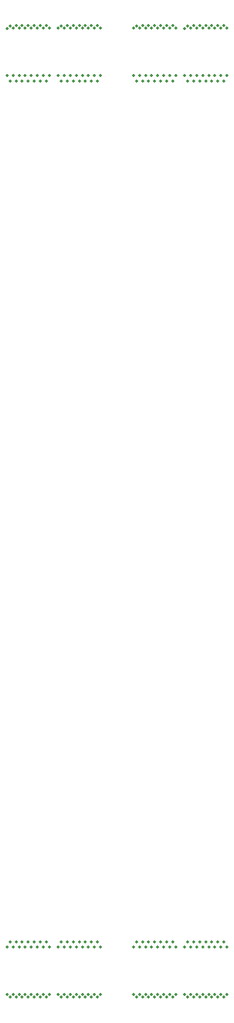
<source format=gtl>
G04 #@! TF.GenerationSoftware,KiCad,Pcbnew,(5.1.9)-1*
G04 #@! TF.CreationDate,2021-12-19T15:19:46-05:00*
G04 #@! TF.ProjectId,backplane-breakout-FPC,6261636b-706c-4616-9e65-2d627265616b,rev?*
G04 #@! TF.SameCoordinates,Original*
G04 #@! TF.FileFunction,Copper,L1,Top*
G04 #@! TF.FilePolarity,Positive*
%FSLAX46Y46*%
G04 Gerber Fmt 4.6, Leading zero omitted, Abs format (unit mm)*
G04 Created by KiCad (PCBNEW (5.1.9)-1) date 2021-12-19 15:19:46*
%MOMM*%
%LPD*%
G01*
G04 APERTURE LIST*
G04 #@! TA.AperFunction,ViaPad*
%ADD10C,0.500000*%
G04 #@! TD*
G04 APERTURE END LIST*
D10*
X132750000Y-31850000D03*
X132750000Y-184400000D03*
X132750000Y-176550000D03*
X132750000Y-24000000D03*
X132250000Y-32725000D03*
X132250000Y-184850000D03*
X132250000Y-175675000D03*
X132250000Y-23550000D03*
X131750000Y-31850000D03*
X131750000Y-184400000D03*
X131750000Y-176550000D03*
X131750000Y-24000000D03*
X131250000Y-32725000D03*
X131250000Y-184850000D03*
X131250000Y-175675000D03*
X131250000Y-23550000D03*
X130750000Y-31850000D03*
X130750000Y-184400000D03*
X130750000Y-176550000D03*
X130750000Y-24000000D03*
X130250000Y-32725000D03*
X130250000Y-184850000D03*
X130250000Y-175675000D03*
X130250000Y-23550000D03*
X129750000Y-31850000D03*
X129750000Y-184400000D03*
X129750000Y-176550000D03*
X129750000Y-24000000D03*
X129250000Y-32725000D03*
X129250000Y-184850000D03*
X129250000Y-175675000D03*
X129250000Y-23550000D03*
X128750000Y-31850000D03*
X128750000Y-184400000D03*
X128750000Y-176550000D03*
X128750000Y-24000000D03*
X128250000Y-32725000D03*
X128250000Y-184850000D03*
X128250000Y-175675000D03*
X128250000Y-23550000D03*
X127750000Y-31850000D03*
X127750000Y-184400000D03*
X127750000Y-176550000D03*
X127750000Y-24000000D03*
X127250000Y-32725000D03*
X127250000Y-184850000D03*
X149750000Y-31850000D03*
X140750000Y-32725000D03*
X139750000Y-32725000D03*
X139750000Y-175675000D03*
X139750000Y-184850000D03*
X140750000Y-184850000D03*
X149750000Y-176550000D03*
X149750000Y-184400000D03*
X149750000Y-24000000D03*
X139750000Y-23550000D03*
X126750000Y-31850000D03*
X126750000Y-184400000D03*
X126750000Y-176550000D03*
X126750000Y-24000000D03*
X126250000Y-184850000D03*
X126250000Y-32725000D03*
X126250000Y-175675000D03*
X126250000Y-23600000D03*
X125750000Y-184400000D03*
X125750000Y-31850000D03*
X125750000Y-176550000D03*
X125750000Y-24000000D03*
X124250000Y-184400000D03*
X124250000Y-31850000D03*
X124250000Y-176550000D03*
X124250000Y-24000000D03*
X123750000Y-184850000D03*
X123750000Y-32725000D03*
X123750000Y-175675000D03*
X123750000Y-23550000D03*
X123250000Y-184400000D03*
X123250000Y-31850000D03*
X123250000Y-176550000D03*
X123250000Y-24000000D03*
X122750000Y-184850000D03*
X122750000Y-32725000D03*
X122750000Y-175675000D03*
X122750000Y-23550000D03*
X122250000Y-184400000D03*
X122250000Y-31850000D03*
X122250000Y-176550000D03*
X122250000Y-24000000D03*
X121750000Y-184850000D03*
X121750000Y-32725000D03*
X121750000Y-175675000D03*
X121750000Y-23550000D03*
X121250000Y-184400000D03*
X121250000Y-31850000D03*
X121250000Y-176550000D03*
X121250000Y-24000000D03*
X120750000Y-184850000D03*
X120750000Y-32725000D03*
X120750000Y-175675000D03*
X120750000Y-23550000D03*
X120250000Y-184400000D03*
X120250000Y-31850000D03*
X120250000Y-176550000D03*
X120250000Y-24000000D03*
X119750000Y-184850000D03*
X119750000Y-32725000D03*
X119750000Y-175675000D03*
X119750000Y-23550000D03*
X119250000Y-184400000D03*
X119250000Y-31850000D03*
X119250000Y-176550000D03*
X119250000Y-24000000D03*
X118750000Y-184850000D03*
X118750000Y-32725000D03*
X118750000Y-175675000D03*
X118750000Y-23550000D03*
X118250000Y-184400000D03*
X118250000Y-31850000D03*
X118250000Y-176550000D03*
X118250000Y-24000000D03*
X117750000Y-184850000D03*
X117750000Y-32725000D03*
X117750000Y-175675000D03*
X117750000Y-23600000D03*
X117250000Y-184400000D03*
X117250000Y-31850000D03*
X117250000Y-176550000D03*
X117250000Y-24050000D03*
X153750000Y-31850000D03*
X153750000Y-184400000D03*
X153750000Y-176550000D03*
X153750000Y-24000000D03*
X153250000Y-32725000D03*
X153250000Y-184800000D03*
X153250000Y-175675000D03*
X153250000Y-23550000D03*
X152750000Y-31850000D03*
X152750000Y-184400000D03*
X152750000Y-176550000D03*
X152750000Y-24000000D03*
X152250000Y-32725000D03*
X152250000Y-184850000D03*
X152250000Y-175675000D03*
X152250000Y-23550000D03*
X151750000Y-31850000D03*
X151750000Y-184400000D03*
X151750000Y-176550000D03*
X151750000Y-24000000D03*
X151250000Y-32725000D03*
X151250000Y-184850000D03*
X151250000Y-175675000D03*
X151250000Y-23550000D03*
X150750000Y-31850000D03*
X150750000Y-184400000D03*
X150750000Y-176550000D03*
X150750000Y-24000000D03*
X150250000Y-32725000D03*
X150250000Y-184850000D03*
X150250000Y-175675000D03*
X150250000Y-23550000D03*
X149250000Y-32725000D03*
X149250000Y-184850000D03*
X149250000Y-175675000D03*
X149250000Y-23550000D03*
X148750000Y-31850000D03*
X148750000Y-184400000D03*
X148750000Y-176550000D03*
X148750000Y-24000000D03*
X148250000Y-32725000D03*
X148250000Y-184850000D03*
X148250000Y-175675000D03*
X148250000Y-23550000D03*
X147750000Y-31850000D03*
X147750000Y-184400000D03*
X147750000Y-176550000D03*
X147750000Y-24000000D03*
X147250000Y-32725000D03*
X147250000Y-184850000D03*
X147250000Y-175675000D03*
X147250000Y-23600000D03*
X146750000Y-31850000D03*
X146750000Y-184400000D03*
X146750000Y-176550000D03*
X146750000Y-24050000D03*
X145250000Y-31850000D03*
X145250000Y-184400000D03*
X145250000Y-176550000D03*
X145250000Y-24000000D03*
X144750000Y-32725000D03*
X144750000Y-184800000D03*
X144750000Y-175675000D03*
X144750000Y-23550000D03*
X144250000Y-31850000D03*
X144250000Y-184400000D03*
X144250000Y-176550000D03*
X144250000Y-24000000D03*
X143750000Y-32725000D03*
X143750000Y-184850000D03*
X143750000Y-175675000D03*
X143750000Y-23550000D03*
X143250000Y-31850000D03*
X143250000Y-184400000D03*
X143250000Y-176550000D03*
X143250000Y-24000000D03*
X142750000Y-32725000D03*
X142750000Y-184850000D03*
X142750000Y-175675000D03*
X142750000Y-23550000D03*
X142250000Y-31850000D03*
X142250000Y-184400000D03*
X142250000Y-176550000D03*
X142250000Y-24000000D03*
X141750000Y-32725000D03*
X141750000Y-184850000D03*
X141750000Y-175675000D03*
X141750000Y-23550000D03*
X141250000Y-31850000D03*
X141250000Y-184400000D03*
X141250000Y-176550000D03*
X141250000Y-24000000D03*
X140750000Y-175675000D03*
X140750000Y-23550000D03*
X140250000Y-31850000D03*
X140250000Y-184400000D03*
X140250000Y-176550000D03*
X140250000Y-24000000D03*
X139250000Y-31850000D03*
X139250000Y-184400000D03*
X139250000Y-176550000D03*
X139250000Y-24000000D03*
X138750000Y-184850000D03*
X138750000Y-32725000D03*
X138750000Y-175675000D03*
X138750000Y-23600000D03*
X138250000Y-184400000D03*
X138250000Y-31850000D03*
X138250000Y-176550000D03*
X138250000Y-24000000D03*
X127250000Y-175675000D03*
X127250000Y-23550000D03*
M02*

</source>
